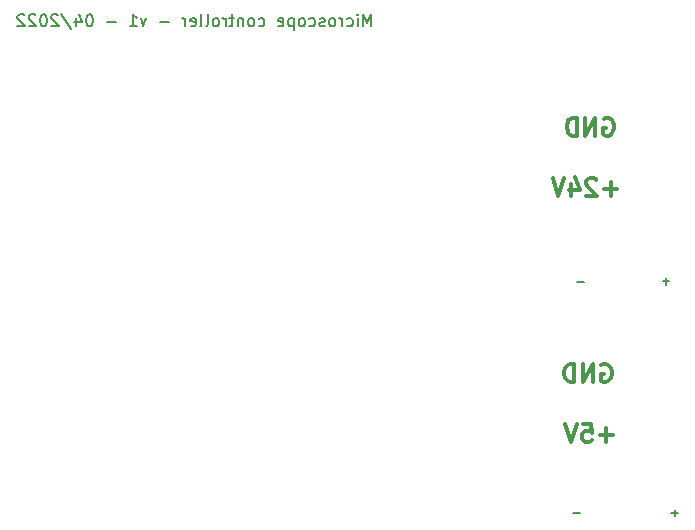
<source format=gbo>
G04 #@! TF.GenerationSoftware,KiCad,Pcbnew,(5.1.12)-1*
G04 #@! TF.CreationDate,2022-04-21T18:06:29-03:00*
G04 #@! TF.ProjectId,micro3D,6d696372-6f33-4442-9e6b-696361645f70,rev?*
G04 #@! TF.SameCoordinates,Original*
G04 #@! TF.FileFunction,Legend,Bot*
G04 #@! TF.FilePolarity,Positive*
%FSLAX46Y46*%
G04 Gerber Fmt 4.6, Leading zero omitted, Abs format (unit mm)*
G04 Created by KiCad (PCBNEW (5.1.12)-1) date 2022-04-21 18:06:29*
%MOMM*%
%LPD*%
G01*
G04 APERTURE LIST*
%ADD10C,0.150000*%
%ADD11C,0.300000*%
%ADD12R,1.600000X1.600000*%
%ADD13O,1.600000X1.600000*%
%ADD14R,2.600000X2.600000*%
%ADD15C,2.600000*%
%ADD16C,6.200000*%
%ADD17R,1.524000X1.524000*%
%ADD18C,1.524000*%
%ADD19O,1.700000X1.700000*%
%ADD20R,1.700000X1.700000*%
%ADD21C,1.600000*%
G04 APERTURE END LIST*
D10*
X133092380Y-79132380D02*
X133092380Y-78132380D01*
X132759047Y-78846666D01*
X132425714Y-78132380D01*
X132425714Y-79132380D01*
X131949523Y-79132380D02*
X131949523Y-78465714D01*
X131949523Y-78132380D02*
X131997142Y-78180000D01*
X131949523Y-78227619D01*
X131901904Y-78180000D01*
X131949523Y-78132380D01*
X131949523Y-78227619D01*
X131044761Y-79084761D02*
X131140000Y-79132380D01*
X131330476Y-79132380D01*
X131425714Y-79084761D01*
X131473333Y-79037142D01*
X131520952Y-78941904D01*
X131520952Y-78656190D01*
X131473333Y-78560952D01*
X131425714Y-78513333D01*
X131330476Y-78465714D01*
X131140000Y-78465714D01*
X131044761Y-78513333D01*
X130616190Y-79132380D02*
X130616190Y-78465714D01*
X130616190Y-78656190D02*
X130568571Y-78560952D01*
X130520952Y-78513333D01*
X130425714Y-78465714D01*
X130330476Y-78465714D01*
X129854285Y-79132380D02*
X129949523Y-79084761D01*
X129997142Y-79037142D01*
X130044761Y-78941904D01*
X130044761Y-78656190D01*
X129997142Y-78560952D01*
X129949523Y-78513333D01*
X129854285Y-78465714D01*
X129711428Y-78465714D01*
X129616190Y-78513333D01*
X129568571Y-78560952D01*
X129520952Y-78656190D01*
X129520952Y-78941904D01*
X129568571Y-79037142D01*
X129616190Y-79084761D01*
X129711428Y-79132380D01*
X129854285Y-79132380D01*
X129140000Y-79084761D02*
X129044761Y-79132380D01*
X128854285Y-79132380D01*
X128759047Y-79084761D01*
X128711428Y-78989523D01*
X128711428Y-78941904D01*
X128759047Y-78846666D01*
X128854285Y-78799047D01*
X128997142Y-78799047D01*
X129092380Y-78751428D01*
X129140000Y-78656190D01*
X129140000Y-78608571D01*
X129092380Y-78513333D01*
X128997142Y-78465714D01*
X128854285Y-78465714D01*
X128759047Y-78513333D01*
X127854285Y-79084761D02*
X127949523Y-79132380D01*
X128140000Y-79132380D01*
X128235238Y-79084761D01*
X128282857Y-79037142D01*
X128330476Y-78941904D01*
X128330476Y-78656190D01*
X128282857Y-78560952D01*
X128235238Y-78513333D01*
X128140000Y-78465714D01*
X127949523Y-78465714D01*
X127854285Y-78513333D01*
X127282857Y-79132380D02*
X127378095Y-79084761D01*
X127425714Y-79037142D01*
X127473333Y-78941904D01*
X127473333Y-78656190D01*
X127425714Y-78560952D01*
X127378095Y-78513333D01*
X127282857Y-78465714D01*
X127140000Y-78465714D01*
X127044761Y-78513333D01*
X126997142Y-78560952D01*
X126949523Y-78656190D01*
X126949523Y-78941904D01*
X126997142Y-79037142D01*
X127044761Y-79084761D01*
X127140000Y-79132380D01*
X127282857Y-79132380D01*
X126520952Y-78465714D02*
X126520952Y-79465714D01*
X126520952Y-78513333D02*
X126425714Y-78465714D01*
X126235238Y-78465714D01*
X126140000Y-78513333D01*
X126092380Y-78560952D01*
X126044761Y-78656190D01*
X126044761Y-78941904D01*
X126092380Y-79037142D01*
X126140000Y-79084761D01*
X126235238Y-79132380D01*
X126425714Y-79132380D01*
X126520952Y-79084761D01*
X125235238Y-79084761D02*
X125330476Y-79132380D01*
X125520952Y-79132380D01*
X125616190Y-79084761D01*
X125663809Y-78989523D01*
X125663809Y-78608571D01*
X125616190Y-78513333D01*
X125520952Y-78465714D01*
X125330476Y-78465714D01*
X125235238Y-78513333D01*
X125187619Y-78608571D01*
X125187619Y-78703809D01*
X125663809Y-78799047D01*
X123568571Y-79084761D02*
X123663809Y-79132380D01*
X123854285Y-79132380D01*
X123949523Y-79084761D01*
X123997142Y-79037142D01*
X124044761Y-78941904D01*
X124044761Y-78656190D01*
X123997142Y-78560952D01*
X123949523Y-78513333D01*
X123854285Y-78465714D01*
X123663809Y-78465714D01*
X123568571Y-78513333D01*
X122997142Y-79132380D02*
X123092380Y-79084761D01*
X123140000Y-79037142D01*
X123187619Y-78941904D01*
X123187619Y-78656190D01*
X123140000Y-78560952D01*
X123092380Y-78513333D01*
X122997142Y-78465714D01*
X122854285Y-78465714D01*
X122759047Y-78513333D01*
X122711428Y-78560952D01*
X122663809Y-78656190D01*
X122663809Y-78941904D01*
X122711428Y-79037142D01*
X122759047Y-79084761D01*
X122854285Y-79132380D01*
X122997142Y-79132380D01*
X122235238Y-78465714D02*
X122235238Y-79132380D01*
X122235238Y-78560952D02*
X122187619Y-78513333D01*
X122092380Y-78465714D01*
X121949523Y-78465714D01*
X121854285Y-78513333D01*
X121806666Y-78608571D01*
X121806666Y-79132380D01*
X121473333Y-78465714D02*
X121092380Y-78465714D01*
X121330476Y-78132380D02*
X121330476Y-78989523D01*
X121282857Y-79084761D01*
X121187619Y-79132380D01*
X121092380Y-79132380D01*
X120759047Y-79132380D02*
X120759047Y-78465714D01*
X120759047Y-78656190D02*
X120711428Y-78560952D01*
X120663809Y-78513333D01*
X120568571Y-78465714D01*
X120473333Y-78465714D01*
X119997142Y-79132380D02*
X120092380Y-79084761D01*
X120140000Y-79037142D01*
X120187619Y-78941904D01*
X120187619Y-78656190D01*
X120140000Y-78560952D01*
X120092380Y-78513333D01*
X119997142Y-78465714D01*
X119854285Y-78465714D01*
X119759047Y-78513333D01*
X119711428Y-78560952D01*
X119663809Y-78656190D01*
X119663809Y-78941904D01*
X119711428Y-79037142D01*
X119759047Y-79084761D01*
X119854285Y-79132380D01*
X119997142Y-79132380D01*
X119092380Y-79132380D02*
X119187619Y-79084761D01*
X119235238Y-78989523D01*
X119235238Y-78132380D01*
X118568571Y-79132380D02*
X118663809Y-79084761D01*
X118711428Y-78989523D01*
X118711428Y-78132380D01*
X117806666Y-79084761D02*
X117901904Y-79132380D01*
X118092380Y-79132380D01*
X118187619Y-79084761D01*
X118235238Y-78989523D01*
X118235238Y-78608571D01*
X118187619Y-78513333D01*
X118092380Y-78465714D01*
X117901904Y-78465714D01*
X117806666Y-78513333D01*
X117759047Y-78608571D01*
X117759047Y-78703809D01*
X118235238Y-78799047D01*
X117330476Y-79132380D02*
X117330476Y-78465714D01*
X117330476Y-78656190D02*
X117282857Y-78560952D01*
X117235238Y-78513333D01*
X117140000Y-78465714D01*
X117044761Y-78465714D01*
X115949523Y-78751428D02*
X115187619Y-78751428D01*
X114044761Y-78465714D02*
X113806666Y-79132380D01*
X113568571Y-78465714D01*
X112663809Y-79132380D02*
X113235238Y-79132380D01*
X112949523Y-79132380D02*
X112949523Y-78132380D01*
X113044761Y-78275238D01*
X113140000Y-78370476D01*
X113235238Y-78418095D01*
X111473333Y-78751428D02*
X110711428Y-78751428D01*
X109282857Y-78132380D02*
X109187619Y-78132380D01*
X109092380Y-78180000D01*
X109044761Y-78227619D01*
X108997142Y-78322857D01*
X108949523Y-78513333D01*
X108949523Y-78751428D01*
X108997142Y-78941904D01*
X109044761Y-79037142D01*
X109092380Y-79084761D01*
X109187619Y-79132380D01*
X109282857Y-79132380D01*
X109378095Y-79084761D01*
X109425714Y-79037142D01*
X109473333Y-78941904D01*
X109520952Y-78751428D01*
X109520952Y-78513333D01*
X109473333Y-78322857D01*
X109425714Y-78227619D01*
X109378095Y-78180000D01*
X109282857Y-78132380D01*
X108092380Y-78465714D02*
X108092380Y-79132380D01*
X108330476Y-78084761D02*
X108568571Y-78799047D01*
X107949523Y-78799047D01*
X106854285Y-78084761D02*
X107711428Y-79370476D01*
X106568571Y-78227619D02*
X106520952Y-78180000D01*
X106425714Y-78132380D01*
X106187619Y-78132380D01*
X106092380Y-78180000D01*
X106044761Y-78227619D01*
X105997142Y-78322857D01*
X105997142Y-78418095D01*
X106044761Y-78560952D01*
X106616190Y-79132380D01*
X105997142Y-79132380D01*
X105378095Y-78132380D02*
X105282857Y-78132380D01*
X105187619Y-78180000D01*
X105140000Y-78227619D01*
X105092380Y-78322857D01*
X105044761Y-78513333D01*
X105044761Y-78751428D01*
X105092380Y-78941904D01*
X105140000Y-79037142D01*
X105187619Y-79084761D01*
X105282857Y-79132380D01*
X105378095Y-79132380D01*
X105473333Y-79084761D01*
X105520952Y-79037142D01*
X105568571Y-78941904D01*
X105616190Y-78751428D01*
X105616190Y-78513333D01*
X105568571Y-78322857D01*
X105520952Y-78227619D01*
X105473333Y-78180000D01*
X105378095Y-78132380D01*
X104663809Y-78227619D02*
X104616190Y-78180000D01*
X104520952Y-78132380D01*
X104282857Y-78132380D01*
X104187619Y-78180000D01*
X104140000Y-78227619D01*
X104092380Y-78322857D01*
X104092380Y-78418095D01*
X104140000Y-78560952D01*
X104711428Y-79132380D01*
X104092380Y-79132380D01*
X103711428Y-78227619D02*
X103663809Y-78180000D01*
X103568571Y-78132380D01*
X103330476Y-78132380D01*
X103235238Y-78180000D01*
X103187619Y-78227619D01*
X103140000Y-78322857D01*
X103140000Y-78418095D01*
X103187619Y-78560952D01*
X103759047Y-79132380D01*
X103140000Y-79132380D01*
X159085714Y-120363571D02*
X158514285Y-120363571D01*
X158800000Y-120649285D02*
X158800000Y-120077857D01*
X150755714Y-120363571D02*
X150184285Y-120363571D01*
X158325714Y-100743571D02*
X157754285Y-100743571D01*
X158040000Y-101029285D02*
X158040000Y-100457857D01*
X151085714Y-100803571D02*
X150514285Y-100803571D01*
D11*
X152782857Y-86970000D02*
X152925714Y-86898571D01*
X153140000Y-86898571D01*
X153354285Y-86970000D01*
X153497142Y-87112857D01*
X153568571Y-87255714D01*
X153640000Y-87541428D01*
X153640000Y-87755714D01*
X153568571Y-88041428D01*
X153497142Y-88184285D01*
X153354285Y-88327142D01*
X153140000Y-88398571D01*
X152997142Y-88398571D01*
X152782857Y-88327142D01*
X152711428Y-88255714D01*
X152711428Y-87755714D01*
X152997142Y-87755714D01*
X152068571Y-88398571D02*
X152068571Y-86898571D01*
X151211428Y-88398571D01*
X151211428Y-86898571D01*
X150497142Y-88398571D02*
X150497142Y-86898571D01*
X150140000Y-86898571D01*
X149925714Y-86970000D01*
X149782857Y-87112857D01*
X149711428Y-87255714D01*
X149640000Y-87541428D01*
X149640000Y-87755714D01*
X149711428Y-88041428D01*
X149782857Y-88184285D01*
X149925714Y-88327142D01*
X150140000Y-88398571D01*
X150497142Y-88398571D01*
X152582857Y-107820000D02*
X152725714Y-107748571D01*
X152940000Y-107748571D01*
X153154285Y-107820000D01*
X153297142Y-107962857D01*
X153368571Y-108105714D01*
X153440000Y-108391428D01*
X153440000Y-108605714D01*
X153368571Y-108891428D01*
X153297142Y-109034285D01*
X153154285Y-109177142D01*
X152940000Y-109248571D01*
X152797142Y-109248571D01*
X152582857Y-109177142D01*
X152511428Y-109105714D01*
X152511428Y-108605714D01*
X152797142Y-108605714D01*
X151868571Y-109248571D02*
X151868571Y-107748571D01*
X151011428Y-109248571D01*
X151011428Y-107748571D01*
X150297142Y-109248571D02*
X150297142Y-107748571D01*
X149940000Y-107748571D01*
X149725714Y-107820000D01*
X149582857Y-107962857D01*
X149511428Y-108105714D01*
X149440000Y-108391428D01*
X149440000Y-108605714D01*
X149511428Y-108891428D01*
X149582857Y-109034285D01*
X149725714Y-109177142D01*
X149940000Y-109248571D01*
X150297142Y-109248571D01*
X153568571Y-113767142D02*
X152425714Y-113767142D01*
X152997142Y-114338571D02*
X152997142Y-113195714D01*
X150997142Y-112838571D02*
X151711428Y-112838571D01*
X151782857Y-113552857D01*
X151711428Y-113481428D01*
X151568571Y-113410000D01*
X151211428Y-113410000D01*
X151068571Y-113481428D01*
X150997142Y-113552857D01*
X150925714Y-113695714D01*
X150925714Y-114052857D01*
X150997142Y-114195714D01*
X151068571Y-114267142D01*
X151211428Y-114338571D01*
X151568571Y-114338571D01*
X151711428Y-114267142D01*
X151782857Y-114195714D01*
X150497142Y-112838571D02*
X149997142Y-114338571D01*
X149497142Y-112838571D01*
X153942857Y-92927142D02*
X152800000Y-92927142D01*
X153371428Y-93498571D02*
X153371428Y-92355714D01*
X152157142Y-92141428D02*
X152085714Y-92070000D01*
X151942857Y-91998571D01*
X151585714Y-91998571D01*
X151442857Y-92070000D01*
X151371428Y-92141428D01*
X151300000Y-92284285D01*
X151300000Y-92427142D01*
X151371428Y-92641428D01*
X152228571Y-93498571D01*
X151300000Y-93498571D01*
X150014285Y-92498571D02*
X150014285Y-93498571D01*
X150371428Y-91927142D02*
X150728571Y-92998571D01*
X149800000Y-92998571D01*
X149442857Y-91998571D02*
X148942857Y-93498571D01*
X148442857Y-91998571D01*
%LPC*%
D12*
X109220000Y-102870000D03*
D13*
X121920000Y-120650000D03*
X109220000Y-105410000D03*
X121920000Y-118110000D03*
X109220000Y-107950000D03*
X121920000Y-115570000D03*
X109220000Y-110490000D03*
X121920000Y-113030000D03*
X109220000Y-113030000D03*
X121920000Y-110490000D03*
X109220000Y-115570000D03*
X121920000Y-107950000D03*
X109220000Y-118110000D03*
X121920000Y-105410000D03*
X109220000Y-120650000D03*
X121920000Y-102870000D03*
D12*
X147320000Y-121920000D03*
D13*
X132080000Y-88900000D03*
X147320000Y-119380000D03*
X132080000Y-91440000D03*
X147320000Y-116840000D03*
X132080000Y-93980000D03*
X147320000Y-114300000D03*
X132080000Y-96520000D03*
X147320000Y-111760000D03*
X132080000Y-99060000D03*
X147320000Y-109220000D03*
X132080000Y-101600000D03*
X147320000Y-106680000D03*
X132080000Y-104140000D03*
X147320000Y-104140000D03*
X132080000Y-106680000D03*
X147320000Y-101600000D03*
X132080000Y-109220000D03*
X147320000Y-99060000D03*
X132080000Y-111760000D03*
X147320000Y-96520000D03*
X132080000Y-114300000D03*
X147320000Y-93980000D03*
X132080000Y-116840000D03*
X147320000Y-91440000D03*
X132080000Y-119380000D03*
X147320000Y-88900000D03*
X132080000Y-121920000D03*
X147320000Y-86360000D03*
X132080000Y-86360000D03*
D14*
X155520000Y-92750000D03*
D15*
X155520000Y-87670000D03*
X155550000Y-108420000D03*
D14*
X155550000Y-113500000D03*
D16*
X157110000Y-80910000D03*
X99110000Y-80910000D03*
X99110000Y-129910000D03*
X157110000Y-129910000D03*
D17*
X152240000Y-128640000D03*
D18*
X149700000Y-128640000D03*
X147160000Y-128640000D03*
X144620000Y-128640000D03*
X142080000Y-128640000D03*
X139540000Y-128640000D03*
X152240000Y-131180000D03*
X149700000Y-131180000D03*
X147160000Y-131180000D03*
X144620000Y-131180000D03*
X142080000Y-131180000D03*
X139540000Y-131180000D03*
X137000000Y-128640000D03*
X137000000Y-131180000D03*
X134460000Y-128640000D03*
X131920000Y-128640000D03*
X129380000Y-128640000D03*
X126840000Y-128640000D03*
X124300000Y-128640000D03*
X121760000Y-128640000D03*
X134460000Y-131180000D03*
X131920000Y-131180000D03*
X129380000Y-131180000D03*
X126840000Y-131180000D03*
X124300000Y-131180000D03*
X121760000Y-131180000D03*
X119220000Y-128640000D03*
X119220000Y-131180000D03*
X116680000Y-128640000D03*
X114140000Y-128640000D03*
X111600000Y-128640000D03*
X109060000Y-128640000D03*
X106520000Y-128640000D03*
X103980000Y-128640000D03*
X116680000Y-131180000D03*
X114140000Y-131180000D03*
X111600000Y-131180000D03*
X109060000Y-131180000D03*
X106520000Y-131180000D03*
X103980000Y-131180000D03*
D19*
X119420000Y-96520000D03*
X119420000Y-93980000D03*
X119420000Y-91440000D03*
X119420000Y-88900000D03*
X119420000Y-86360000D03*
D20*
X119420000Y-83820000D03*
X109220000Y-83820000D03*
D19*
X109220000Y-86360000D03*
X109220000Y-88900000D03*
X109220000Y-91440000D03*
X109220000Y-93980000D03*
X109220000Y-96520000D03*
D21*
X155550000Y-100760000D03*
X153050000Y-100760000D03*
X153480000Y-120330000D03*
X155980000Y-120330000D03*
D20*
X99060000Y-100330000D03*
D19*
X99060000Y-97790000D03*
X99060000Y-95250000D03*
X99060000Y-92710000D03*
X99060000Y-90170000D03*
D20*
X99060000Y-116840000D03*
D19*
X99060000Y-114300000D03*
X99060000Y-111760000D03*
X99060000Y-109220000D03*
M02*

</source>
